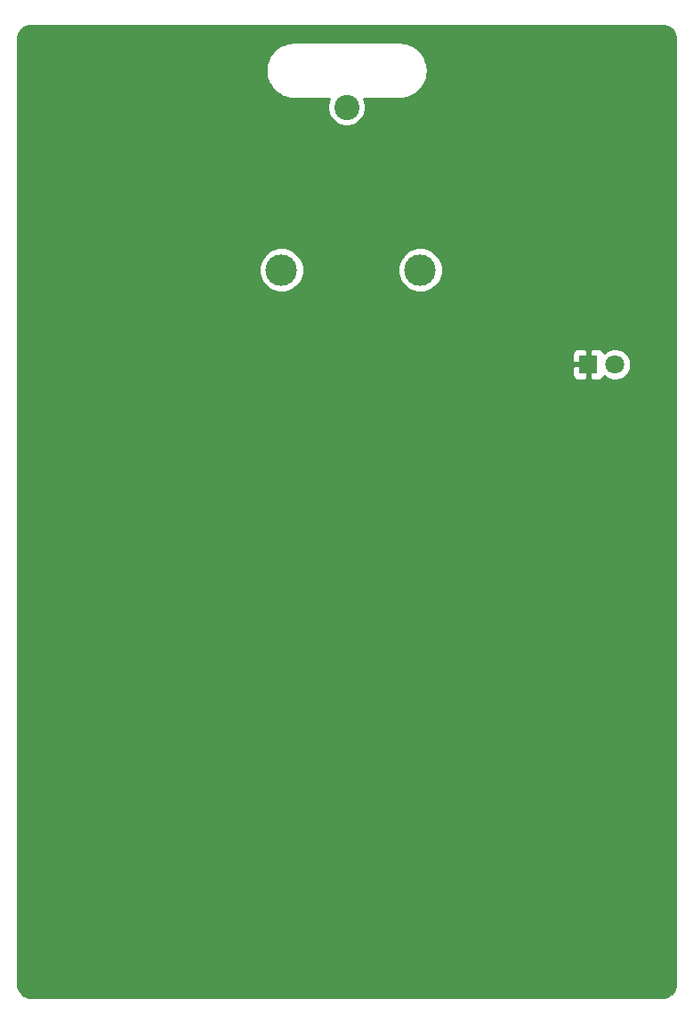
<source format=gtl>
G04 #@! TF.GenerationSoftware,KiCad,Pcbnew,5.1.2*
G04 #@! TF.CreationDate,2019-11-06T15:15:23-05:00*
G04 #@! TF.ProjectId,rochester_makerfaire,726f6368-6573-4746-9572-5f6d616b6572,rev?*
G04 #@! TF.SameCoordinates,Original*
G04 #@! TF.FileFunction,Copper,L1,Top*
G04 #@! TF.FilePolarity,Positive*
%FSLAX46Y46*%
G04 Gerber Fmt 4.6, Leading zero omitted, Abs format (unit mm)*
G04 Created by KiCad (PCBNEW 5.1.2) date 2019-11-06 15:15:23*
%MOMM*%
%LPD*%
G04 APERTURE LIST*
%ADD10C,3.000000*%
%ADD11C,2.400000*%
%ADD12C,1.800000*%
%ADD13R,1.800000X1.800000*%
%ADD14C,0.254000*%
G04 APERTURE END LIST*
D10*
X75800000Y-72000000D03*
X89000000Y-72000000D03*
D11*
X82000000Y-56500000D03*
D12*
X107540000Y-81000000D03*
D13*
X105000000Y-81000000D03*
D14*
G36*
X112249899Y-48737907D02*
G01*
X112490285Y-48810484D01*
X112711991Y-48928368D01*
X112906577Y-49087068D01*
X113066635Y-49280545D01*
X113186064Y-49501424D01*
X113260317Y-49741297D01*
X113290000Y-50023716D01*
X113290001Y-139965269D01*
X113262093Y-140249899D01*
X113189517Y-140490282D01*
X113071633Y-140711989D01*
X112912929Y-140906580D01*
X112719455Y-141066635D01*
X112498576Y-141186064D01*
X112258701Y-141260317D01*
X111976291Y-141290000D01*
X52034721Y-141290000D01*
X51750101Y-141262093D01*
X51509718Y-141189517D01*
X51288011Y-141071633D01*
X51093420Y-140912929D01*
X50933365Y-140719455D01*
X50813936Y-140498576D01*
X50739683Y-140258701D01*
X50710000Y-139976291D01*
X50710000Y-81900000D01*
X103461928Y-81900000D01*
X103474188Y-82024482D01*
X103510498Y-82144180D01*
X103569463Y-82254494D01*
X103648815Y-82351185D01*
X103745506Y-82430537D01*
X103855820Y-82489502D01*
X103975518Y-82525812D01*
X104100000Y-82538072D01*
X104714250Y-82535000D01*
X104873000Y-82376250D01*
X104873000Y-81127000D01*
X103623750Y-81127000D01*
X103465000Y-81285750D01*
X103461928Y-81900000D01*
X50710000Y-81900000D01*
X50710000Y-80100000D01*
X103461928Y-80100000D01*
X103465000Y-80714250D01*
X103623750Y-80873000D01*
X104873000Y-80873000D01*
X104873000Y-79623750D01*
X105127000Y-79623750D01*
X105127000Y-80873000D01*
X105147000Y-80873000D01*
X105147000Y-81127000D01*
X105127000Y-81127000D01*
X105127000Y-82376250D01*
X105285750Y-82535000D01*
X105900000Y-82538072D01*
X106024482Y-82525812D01*
X106144180Y-82489502D01*
X106254494Y-82430537D01*
X106351185Y-82351185D01*
X106430537Y-82254494D01*
X106489502Y-82144180D01*
X106495056Y-82125873D01*
X106561495Y-82192312D01*
X106812905Y-82360299D01*
X107092257Y-82476011D01*
X107388816Y-82535000D01*
X107691184Y-82535000D01*
X107987743Y-82476011D01*
X108267095Y-82360299D01*
X108518505Y-82192312D01*
X108732312Y-81978505D01*
X108900299Y-81727095D01*
X109016011Y-81447743D01*
X109075000Y-81151184D01*
X109075000Y-80848816D01*
X109016011Y-80552257D01*
X108900299Y-80272905D01*
X108732312Y-80021495D01*
X108518505Y-79807688D01*
X108267095Y-79639701D01*
X107987743Y-79523989D01*
X107691184Y-79465000D01*
X107388816Y-79465000D01*
X107092257Y-79523989D01*
X106812905Y-79639701D01*
X106561495Y-79807688D01*
X106495056Y-79874127D01*
X106489502Y-79855820D01*
X106430537Y-79745506D01*
X106351185Y-79648815D01*
X106254494Y-79569463D01*
X106144180Y-79510498D01*
X106024482Y-79474188D01*
X105900000Y-79461928D01*
X105285750Y-79465000D01*
X105127000Y-79623750D01*
X104873000Y-79623750D01*
X104714250Y-79465000D01*
X104100000Y-79461928D01*
X103975518Y-79474188D01*
X103855820Y-79510498D01*
X103745506Y-79569463D01*
X103648815Y-79648815D01*
X103569463Y-79745506D01*
X103510498Y-79855820D01*
X103474188Y-79975518D01*
X103461928Y-80100000D01*
X50710000Y-80100000D01*
X50710000Y-71789721D01*
X73665000Y-71789721D01*
X73665000Y-72210279D01*
X73747047Y-72622756D01*
X73907988Y-73011302D01*
X74141637Y-73360983D01*
X74439017Y-73658363D01*
X74788698Y-73892012D01*
X75177244Y-74052953D01*
X75589721Y-74135000D01*
X76010279Y-74135000D01*
X76422756Y-74052953D01*
X76811302Y-73892012D01*
X77160983Y-73658363D01*
X77458363Y-73360983D01*
X77692012Y-73011302D01*
X77852953Y-72622756D01*
X77935000Y-72210279D01*
X77935000Y-71789721D01*
X86865000Y-71789721D01*
X86865000Y-72210279D01*
X86947047Y-72622756D01*
X87107988Y-73011302D01*
X87341637Y-73360983D01*
X87639017Y-73658363D01*
X87988698Y-73892012D01*
X88377244Y-74052953D01*
X88789721Y-74135000D01*
X89210279Y-74135000D01*
X89622756Y-74052953D01*
X90011302Y-73892012D01*
X90360983Y-73658363D01*
X90658363Y-73360983D01*
X90892012Y-73011302D01*
X91052953Y-72622756D01*
X91135000Y-72210279D01*
X91135000Y-71789721D01*
X91052953Y-71377244D01*
X90892012Y-70988698D01*
X90658363Y-70639017D01*
X90360983Y-70341637D01*
X90011302Y-70107988D01*
X89622756Y-69947047D01*
X89210279Y-69865000D01*
X88789721Y-69865000D01*
X88377244Y-69947047D01*
X87988698Y-70107988D01*
X87639017Y-70341637D01*
X87341637Y-70639017D01*
X87107988Y-70988698D01*
X86947047Y-71377244D01*
X86865000Y-71789721D01*
X77935000Y-71789721D01*
X77852953Y-71377244D01*
X77692012Y-70988698D01*
X77458363Y-70639017D01*
X77160983Y-70341637D01*
X76811302Y-70107988D01*
X76422756Y-69947047D01*
X76010279Y-69865000D01*
X75589721Y-69865000D01*
X75177244Y-69947047D01*
X74788698Y-70107988D01*
X74439017Y-70341637D01*
X74141637Y-70639017D01*
X73907988Y-70988698D01*
X73747047Y-71377244D01*
X73665000Y-71789721D01*
X50710000Y-71789721D01*
X50710000Y-52949615D01*
X74292971Y-52949615D01*
X74293420Y-53013931D01*
X74292971Y-53078313D01*
X74293939Y-53088179D01*
X74334739Y-53476371D01*
X74347677Y-53539396D01*
X74359737Y-53602618D01*
X74362602Y-53612109D01*
X74478026Y-53984983D01*
X74502960Y-54044299D01*
X74527069Y-54103971D01*
X74531723Y-54112724D01*
X74717374Y-54456079D01*
X74753356Y-54509424D01*
X74788596Y-54563276D01*
X74794861Y-54570958D01*
X75043668Y-54871713D01*
X75089323Y-54917050D01*
X75134353Y-54963033D01*
X75141991Y-54969351D01*
X75444476Y-55216052D01*
X75498041Y-55251640D01*
X75551171Y-55288020D01*
X75559891Y-55292734D01*
X75904533Y-55475984D01*
X75963995Y-55500492D01*
X76023177Y-55525858D01*
X76032647Y-55528789D01*
X76406318Y-55641607D01*
X76469456Y-55654108D01*
X76532388Y-55667485D01*
X76542247Y-55668521D01*
X76929984Y-55706539D01*
X76965123Y-55710000D01*
X80341039Y-55710000D01*
X80235518Y-55964750D01*
X80165000Y-56319268D01*
X80165000Y-56680732D01*
X80235518Y-57035250D01*
X80373844Y-57369199D01*
X80574662Y-57669744D01*
X80830256Y-57925338D01*
X81130801Y-58126156D01*
X81464750Y-58264482D01*
X81819268Y-58335000D01*
X82180732Y-58335000D01*
X82535250Y-58264482D01*
X82869199Y-58126156D01*
X83169744Y-57925338D01*
X83425338Y-57669744D01*
X83626156Y-57369199D01*
X83764482Y-57035250D01*
X83835000Y-56680732D01*
X83835000Y-56319268D01*
X83764482Y-55964750D01*
X83658961Y-55710000D01*
X87034877Y-55710000D01*
X87071257Y-55706417D01*
X87097208Y-55706417D01*
X87107067Y-55705380D01*
X87494967Y-55661870D01*
X87557888Y-55648496D01*
X87621035Y-55635992D01*
X87630504Y-55633061D01*
X88002565Y-55515037D01*
X88061661Y-55489708D01*
X88121210Y-55465164D01*
X88129930Y-55460448D01*
X88471980Y-55272404D01*
X88525050Y-55236066D01*
X88578675Y-55200438D01*
X88586313Y-55194119D01*
X88885324Y-54943219D01*
X88930321Y-54897270D01*
X88976010Y-54851898D01*
X88982275Y-54844216D01*
X89226859Y-54540015D01*
X89262074Y-54486201D01*
X89298080Y-54432819D01*
X89302734Y-54424066D01*
X89483572Y-54078154D01*
X89507663Y-54018527D01*
X89532616Y-53959166D01*
X89535481Y-53949676D01*
X89645688Y-53575226D01*
X89657748Y-53512008D01*
X89670686Y-53448977D01*
X89671653Y-53439111D01*
X89707029Y-53050385D01*
X89706580Y-52986069D01*
X89707029Y-52921687D01*
X89706061Y-52911821D01*
X89665260Y-52523628D01*
X89652330Y-52460640D01*
X89640263Y-52397381D01*
X89637398Y-52387891D01*
X89521974Y-52015016D01*
X89497029Y-51955675D01*
X89472931Y-51896029D01*
X89468277Y-51887276D01*
X89282626Y-51543921D01*
X89246644Y-51490576D01*
X89211404Y-51436724D01*
X89205138Y-51429042D01*
X88956332Y-51128287D01*
X88910677Y-51082950D01*
X88865647Y-51036967D01*
X88858009Y-51030648D01*
X88555524Y-50783948D01*
X88501941Y-50748348D01*
X88448828Y-50711980D01*
X88440108Y-50707265D01*
X88095467Y-50524016D01*
X88035993Y-50499503D01*
X87976823Y-50474142D01*
X87967353Y-50471211D01*
X87593681Y-50358393D01*
X87530551Y-50345893D01*
X87467612Y-50332515D01*
X87457753Y-50331479D01*
X87070016Y-50293461D01*
X87034877Y-50290000D01*
X76965123Y-50290000D01*
X76928743Y-50293583D01*
X76902792Y-50293583D01*
X76892933Y-50294620D01*
X76505034Y-50338130D01*
X76442127Y-50351501D01*
X76378965Y-50364008D01*
X76369496Y-50366939D01*
X75997435Y-50484963D01*
X75938314Y-50510303D01*
X75878791Y-50534836D01*
X75870071Y-50539551D01*
X75528020Y-50727596D01*
X75474966Y-50763923D01*
X75421325Y-50799562D01*
X75413687Y-50805882D01*
X75114676Y-51056781D01*
X75069644Y-51102767D01*
X75023991Y-51148102D01*
X75017725Y-51155784D01*
X74773141Y-51459985D01*
X74737916Y-51513814D01*
X74701920Y-51567181D01*
X74697266Y-51575934D01*
X74516427Y-51921847D01*
X74492312Y-51981533D01*
X74467384Y-52040834D01*
X74464519Y-52050324D01*
X74354312Y-52424774D01*
X74342251Y-52488000D01*
X74329314Y-52551024D01*
X74328347Y-52560890D01*
X74292971Y-52949615D01*
X50710000Y-52949615D01*
X50710000Y-50034721D01*
X50737907Y-49750101D01*
X50810484Y-49509715D01*
X50928368Y-49288009D01*
X51087068Y-49093423D01*
X51280545Y-48933365D01*
X51501424Y-48813936D01*
X51741297Y-48739683D01*
X52023716Y-48710000D01*
X111965279Y-48710000D01*
X112249899Y-48737907D01*
X112249899Y-48737907D01*
G37*
X112249899Y-48737907D02*
X112490285Y-48810484D01*
X112711991Y-48928368D01*
X112906577Y-49087068D01*
X113066635Y-49280545D01*
X113186064Y-49501424D01*
X113260317Y-49741297D01*
X113290000Y-50023716D01*
X113290001Y-139965269D01*
X113262093Y-140249899D01*
X113189517Y-140490282D01*
X113071633Y-140711989D01*
X112912929Y-140906580D01*
X112719455Y-141066635D01*
X112498576Y-141186064D01*
X112258701Y-141260317D01*
X111976291Y-141290000D01*
X52034721Y-141290000D01*
X51750101Y-141262093D01*
X51509718Y-141189517D01*
X51288011Y-141071633D01*
X51093420Y-140912929D01*
X50933365Y-140719455D01*
X50813936Y-140498576D01*
X50739683Y-140258701D01*
X50710000Y-139976291D01*
X50710000Y-81900000D01*
X103461928Y-81900000D01*
X103474188Y-82024482D01*
X103510498Y-82144180D01*
X103569463Y-82254494D01*
X103648815Y-82351185D01*
X103745506Y-82430537D01*
X103855820Y-82489502D01*
X103975518Y-82525812D01*
X104100000Y-82538072D01*
X104714250Y-82535000D01*
X104873000Y-82376250D01*
X104873000Y-81127000D01*
X103623750Y-81127000D01*
X103465000Y-81285750D01*
X103461928Y-81900000D01*
X50710000Y-81900000D01*
X50710000Y-80100000D01*
X103461928Y-80100000D01*
X103465000Y-80714250D01*
X103623750Y-80873000D01*
X104873000Y-80873000D01*
X104873000Y-79623750D01*
X105127000Y-79623750D01*
X105127000Y-80873000D01*
X105147000Y-80873000D01*
X105147000Y-81127000D01*
X105127000Y-81127000D01*
X105127000Y-82376250D01*
X105285750Y-82535000D01*
X105900000Y-82538072D01*
X106024482Y-82525812D01*
X106144180Y-82489502D01*
X106254494Y-82430537D01*
X106351185Y-82351185D01*
X106430537Y-82254494D01*
X106489502Y-82144180D01*
X106495056Y-82125873D01*
X106561495Y-82192312D01*
X106812905Y-82360299D01*
X107092257Y-82476011D01*
X107388816Y-82535000D01*
X107691184Y-82535000D01*
X107987743Y-82476011D01*
X108267095Y-82360299D01*
X108518505Y-82192312D01*
X108732312Y-81978505D01*
X108900299Y-81727095D01*
X109016011Y-81447743D01*
X109075000Y-81151184D01*
X109075000Y-80848816D01*
X109016011Y-80552257D01*
X108900299Y-80272905D01*
X108732312Y-80021495D01*
X108518505Y-79807688D01*
X108267095Y-79639701D01*
X107987743Y-79523989D01*
X107691184Y-79465000D01*
X107388816Y-79465000D01*
X107092257Y-79523989D01*
X106812905Y-79639701D01*
X106561495Y-79807688D01*
X106495056Y-79874127D01*
X106489502Y-79855820D01*
X106430537Y-79745506D01*
X106351185Y-79648815D01*
X106254494Y-79569463D01*
X106144180Y-79510498D01*
X106024482Y-79474188D01*
X105900000Y-79461928D01*
X105285750Y-79465000D01*
X105127000Y-79623750D01*
X104873000Y-79623750D01*
X104714250Y-79465000D01*
X104100000Y-79461928D01*
X103975518Y-79474188D01*
X103855820Y-79510498D01*
X103745506Y-79569463D01*
X103648815Y-79648815D01*
X103569463Y-79745506D01*
X103510498Y-79855820D01*
X103474188Y-79975518D01*
X103461928Y-80100000D01*
X50710000Y-80100000D01*
X50710000Y-71789721D01*
X73665000Y-71789721D01*
X73665000Y-72210279D01*
X73747047Y-72622756D01*
X73907988Y-73011302D01*
X74141637Y-73360983D01*
X74439017Y-73658363D01*
X74788698Y-73892012D01*
X75177244Y-74052953D01*
X75589721Y-74135000D01*
X76010279Y-74135000D01*
X76422756Y-74052953D01*
X76811302Y-73892012D01*
X77160983Y-73658363D01*
X77458363Y-73360983D01*
X77692012Y-73011302D01*
X77852953Y-72622756D01*
X77935000Y-72210279D01*
X77935000Y-71789721D01*
X86865000Y-71789721D01*
X86865000Y-72210279D01*
X86947047Y-72622756D01*
X87107988Y-73011302D01*
X87341637Y-73360983D01*
X87639017Y-73658363D01*
X87988698Y-73892012D01*
X88377244Y-74052953D01*
X88789721Y-74135000D01*
X89210279Y-74135000D01*
X89622756Y-74052953D01*
X90011302Y-73892012D01*
X90360983Y-73658363D01*
X90658363Y-73360983D01*
X90892012Y-73011302D01*
X91052953Y-72622756D01*
X91135000Y-72210279D01*
X91135000Y-71789721D01*
X91052953Y-71377244D01*
X90892012Y-70988698D01*
X90658363Y-70639017D01*
X90360983Y-70341637D01*
X90011302Y-70107988D01*
X89622756Y-69947047D01*
X89210279Y-69865000D01*
X88789721Y-69865000D01*
X88377244Y-69947047D01*
X87988698Y-70107988D01*
X87639017Y-70341637D01*
X87341637Y-70639017D01*
X87107988Y-70988698D01*
X86947047Y-71377244D01*
X86865000Y-71789721D01*
X77935000Y-71789721D01*
X77852953Y-71377244D01*
X77692012Y-70988698D01*
X77458363Y-70639017D01*
X77160983Y-70341637D01*
X76811302Y-70107988D01*
X76422756Y-69947047D01*
X76010279Y-69865000D01*
X75589721Y-69865000D01*
X75177244Y-69947047D01*
X74788698Y-70107988D01*
X74439017Y-70341637D01*
X74141637Y-70639017D01*
X73907988Y-70988698D01*
X73747047Y-71377244D01*
X73665000Y-71789721D01*
X50710000Y-71789721D01*
X50710000Y-52949615D01*
X74292971Y-52949615D01*
X74293420Y-53013931D01*
X74292971Y-53078313D01*
X74293939Y-53088179D01*
X74334739Y-53476371D01*
X74347677Y-53539396D01*
X74359737Y-53602618D01*
X74362602Y-53612109D01*
X74478026Y-53984983D01*
X74502960Y-54044299D01*
X74527069Y-54103971D01*
X74531723Y-54112724D01*
X74717374Y-54456079D01*
X74753356Y-54509424D01*
X74788596Y-54563276D01*
X74794861Y-54570958D01*
X75043668Y-54871713D01*
X75089323Y-54917050D01*
X75134353Y-54963033D01*
X75141991Y-54969351D01*
X75444476Y-55216052D01*
X75498041Y-55251640D01*
X75551171Y-55288020D01*
X75559891Y-55292734D01*
X75904533Y-55475984D01*
X75963995Y-55500492D01*
X76023177Y-55525858D01*
X76032647Y-55528789D01*
X76406318Y-55641607D01*
X76469456Y-55654108D01*
X76532388Y-55667485D01*
X76542247Y-55668521D01*
X76929984Y-55706539D01*
X76965123Y-55710000D01*
X80341039Y-55710000D01*
X80235518Y-55964750D01*
X80165000Y-56319268D01*
X80165000Y-56680732D01*
X80235518Y-57035250D01*
X80373844Y-57369199D01*
X80574662Y-57669744D01*
X80830256Y-57925338D01*
X81130801Y-58126156D01*
X81464750Y-58264482D01*
X81819268Y-58335000D01*
X82180732Y-58335000D01*
X82535250Y-58264482D01*
X82869199Y-58126156D01*
X83169744Y-57925338D01*
X83425338Y-57669744D01*
X83626156Y-57369199D01*
X83764482Y-57035250D01*
X83835000Y-56680732D01*
X83835000Y-56319268D01*
X83764482Y-55964750D01*
X83658961Y-55710000D01*
X87034877Y-55710000D01*
X87071257Y-55706417D01*
X87097208Y-55706417D01*
X87107067Y-55705380D01*
X87494967Y-55661870D01*
X87557888Y-55648496D01*
X87621035Y-55635992D01*
X87630504Y-55633061D01*
X88002565Y-55515037D01*
X88061661Y-55489708D01*
X88121210Y-55465164D01*
X88129930Y-55460448D01*
X88471980Y-55272404D01*
X88525050Y-55236066D01*
X88578675Y-55200438D01*
X88586313Y-55194119D01*
X88885324Y-54943219D01*
X88930321Y-54897270D01*
X88976010Y-54851898D01*
X88982275Y-54844216D01*
X89226859Y-54540015D01*
X89262074Y-54486201D01*
X89298080Y-54432819D01*
X89302734Y-54424066D01*
X89483572Y-54078154D01*
X89507663Y-54018527D01*
X89532616Y-53959166D01*
X89535481Y-53949676D01*
X89645688Y-53575226D01*
X89657748Y-53512008D01*
X89670686Y-53448977D01*
X89671653Y-53439111D01*
X89707029Y-53050385D01*
X89706580Y-52986069D01*
X89707029Y-52921687D01*
X89706061Y-52911821D01*
X89665260Y-52523628D01*
X89652330Y-52460640D01*
X89640263Y-52397381D01*
X89637398Y-52387891D01*
X89521974Y-52015016D01*
X89497029Y-51955675D01*
X89472931Y-51896029D01*
X89468277Y-51887276D01*
X89282626Y-51543921D01*
X89246644Y-51490576D01*
X89211404Y-51436724D01*
X89205138Y-51429042D01*
X88956332Y-51128287D01*
X88910677Y-51082950D01*
X88865647Y-51036967D01*
X88858009Y-51030648D01*
X88555524Y-50783948D01*
X88501941Y-50748348D01*
X88448828Y-50711980D01*
X88440108Y-50707265D01*
X88095467Y-50524016D01*
X88035993Y-50499503D01*
X87976823Y-50474142D01*
X87967353Y-50471211D01*
X87593681Y-50358393D01*
X87530551Y-50345893D01*
X87467612Y-50332515D01*
X87457753Y-50331479D01*
X87070016Y-50293461D01*
X87034877Y-50290000D01*
X76965123Y-50290000D01*
X76928743Y-50293583D01*
X76902792Y-50293583D01*
X76892933Y-50294620D01*
X76505034Y-50338130D01*
X76442127Y-50351501D01*
X76378965Y-50364008D01*
X76369496Y-50366939D01*
X75997435Y-50484963D01*
X75938314Y-50510303D01*
X75878791Y-50534836D01*
X75870071Y-50539551D01*
X75528020Y-50727596D01*
X75474966Y-50763923D01*
X75421325Y-50799562D01*
X75413687Y-50805882D01*
X75114676Y-51056781D01*
X75069644Y-51102767D01*
X75023991Y-51148102D01*
X75017725Y-51155784D01*
X74773141Y-51459985D01*
X74737916Y-51513814D01*
X74701920Y-51567181D01*
X74697266Y-51575934D01*
X74516427Y-51921847D01*
X74492312Y-51981533D01*
X74467384Y-52040834D01*
X74464519Y-52050324D01*
X74354312Y-52424774D01*
X74342251Y-52488000D01*
X74329314Y-52551024D01*
X74328347Y-52560890D01*
X74292971Y-52949615D01*
X50710000Y-52949615D01*
X50710000Y-50034721D01*
X50737907Y-49750101D01*
X50810484Y-49509715D01*
X50928368Y-49288009D01*
X51087068Y-49093423D01*
X51280545Y-48933365D01*
X51501424Y-48813936D01*
X51741297Y-48739683D01*
X52023716Y-48710000D01*
X111965279Y-48710000D01*
X112249899Y-48737907D01*
M02*

</source>
